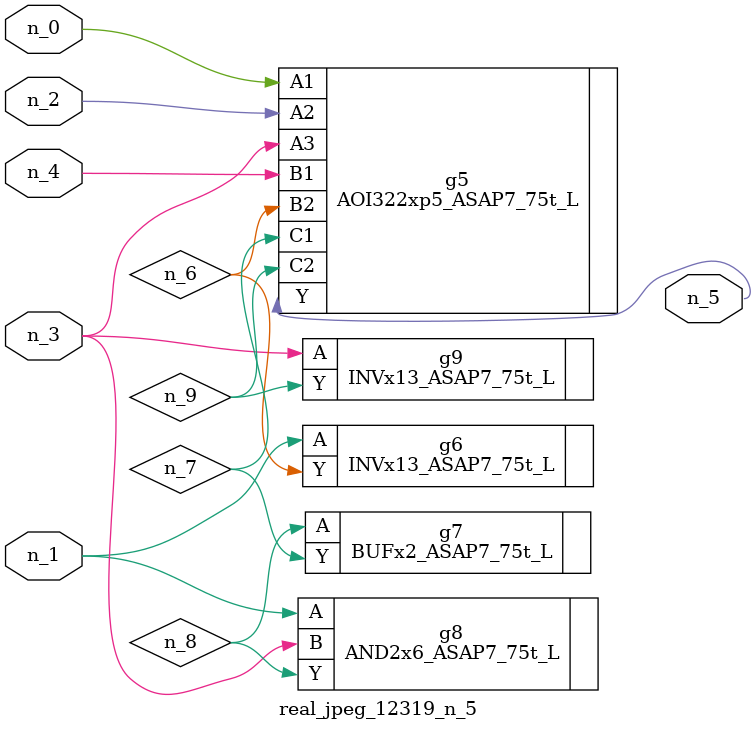
<source format=v>
module real_jpeg_12319_n_5 (n_4, n_0, n_1, n_2, n_3, n_5);

input n_4;
input n_0;
input n_1;
input n_2;
input n_3;

output n_5;

wire n_8;
wire n_6;
wire n_7;
wire n_9;

AOI322xp5_ASAP7_75t_L g5 ( 
.A1(n_0),
.A2(n_2),
.A3(n_3),
.B1(n_4),
.B2(n_6),
.C1(n_7),
.C2(n_9),
.Y(n_5)
);

INVx13_ASAP7_75t_L g6 ( 
.A(n_1),
.Y(n_6)
);

AND2x6_ASAP7_75t_L g8 ( 
.A(n_1),
.B(n_3),
.Y(n_8)
);

INVx13_ASAP7_75t_L g9 ( 
.A(n_3),
.Y(n_9)
);

BUFx2_ASAP7_75t_L g7 ( 
.A(n_8),
.Y(n_7)
);


endmodule
</source>
